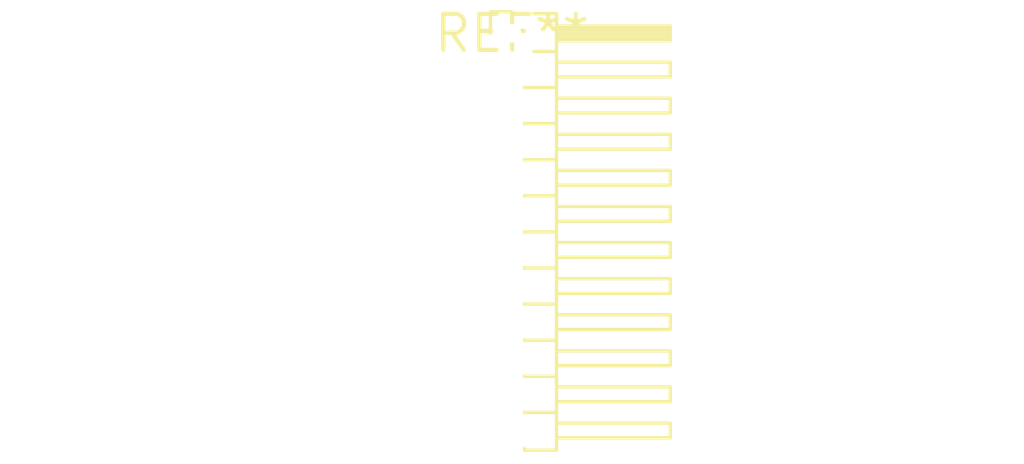
<source format=kicad_pcb>
(kicad_pcb (version 20240108) (generator pcbnew)
  (layers (0 "F.Cu" signal) (31 "B.Cu" signal) (34 "B.Paste" user) (35 "F.Paste" user) (36 "B.SilkS" user "B.Silkscreen") (37 "F.SilkS" user "F.Silkscreen") (38 "B.Mask" user) (39 "F.Mask" user) (44 "Edge.Cuts" user))
  (net 0 "")
  (footprint "PinHeader_1x12_P1.27mm_Horizontal" (layer "F.Cu") (at 0 0)
    (property "Reference" "REF**")
    (property "Value" "PinHeader_1x12_P1.27mm_Horizontal")
    (fp_line (start -0.76 -0.76) (end 0 -0.76) (layer "F.SilkS") (stroke (width 0.12)))
    (fp_line (start -0.76 0) (end -0.76 -0.76) (layer "F.SilkS") (stroke (width 0.12)))
    (fp_line (start 0.44 1.889677) (end 0.44 1.920323) (layer "F.SilkS") (stroke (width 0.12)))
    (fp_line (start 0.44 1.905) (end 1.56 1.905) (layer "F.SilkS") (stroke (width 0.12)))
    (fp_line (start 0.44 3.159677) (end 0.44 3.190323) (layer "F.SilkS") (stroke (width 0.12)))
    (fp_line (start 0.44 3.175) (end 1.56 3.175) (layer "F.SilkS") (stroke (width 0.12)))
    (fp_line (start 0.44 4.429677) (end 0.44 4.460323) (layer "F.SilkS") (stroke (width 0.12)))
    (fp_line (start 0.44 4.445) (end 1.56 4.445) (layer "F.SilkS") (stroke (width 0.12)))
    (fp_line (start 0.44 5.699677) (end 0.44 5.730323) (layer "F.SilkS") (stroke (width 0.12)))
    (fp_line (start 0.44 5.715) (end 1.56 5.715) (layer "F.SilkS") (stroke (width 0.12)))
    (fp_line (start 0.44 6.969677) (end 0.44 7.000323) (layer "F.SilkS") (stroke (width 0.12)))
    (fp_line (start 0.44 6.985) (end 1.56 6.985) (layer "F.SilkS") (stroke (width 0.12)))
    (fp_line (start 0.44 8.239677) (end 0.44 8.270323) (layer "F.SilkS") (stroke (width 0.12)))
    (fp_line (start 0.44 8.255) (end 1.56 8.255) (layer "F.SilkS") (stroke (width 0.12)))
    (fp_line (start 0.44 9.509677) (end 0.44 9.540323) (layer "F.SilkS") (stroke (width 0.12)))
    (fp_line (start 0.44 9.525) (end 1.56 9.525) (layer "F.SilkS") (stroke (width 0.12)))
    (fp_line (start 0.44 10.779677) (end 0.44 10.810323) (layer "F.SilkS") (stroke (width 0.12)))
    (fp_line (start 0.44 10.795) (end 1.56 10.795) (layer "F.SilkS") (stroke (width 0.12)))
    (fp_line (start 0.44 12.049677) (end 0.44 12.080323) (layer "F.SilkS") (stroke (width 0.12)))
    (fp_line (start 0.44 12.065) (end 1.56 12.065) (layer "F.SilkS") (stroke (width 0.12)))
    (fp_line (start 0.44 13.319677) (end 0.44 13.350323) (layer "F.SilkS") (stroke (width 0.12)))
    (fp_line (start 0.44 13.335) (end 1.56 13.335) (layer "F.SilkS") (stroke (width 0.12)))
    (fp_line (start 0.44 14.665) (end 0.44 14.589677) (layer "F.SilkS") (stroke (width 0.12)))
    (fp_line (start 0.76 -0.695) (end 1.56 -0.695) (layer "F.SilkS") (stroke (width 0.12)))
    (fp_line (start 0.76 0.635) (end 1.56 0.635) (layer "F.SilkS") (stroke (width 0.12)))
    (fp_line (start 1.56 -0.695) (end 1.56 14.665) (layer "F.SilkS") (stroke (width 0.12)))
    (fp_line (start 1.56 -0.26) (end 5.56 -0.26) (layer "F.SilkS") (stroke (width 0.12)))
    (fp_line (start 1.56 -0.2) (end 5.56 -0.2) (layer "F.SilkS") (stroke (width 0.12)))
    (fp_line (start 1.56 -0.08) (end 5.56 -0.08) (layer "F.SilkS") (stroke (width 0.12)))
    (fp_line (start 1.56 0.04) (end 5.56 0.04) (layer "F.SilkS") (stroke (width 0.12)))
    (fp_line (start 1.56 0.16) (end 5.56 0.16) (layer "F.SilkS") (stroke (width 0.12)))
    (fp_line (start 1.56 1.01) (end 5.56 1.01) (layer "F.SilkS") (stroke (width 0.12)))
    (fp_line (start 1.56 2.28) (end 5.56 2.28) (layer "F.SilkS") (stroke (width 0.12)))
    (fp_line (start 1.56 3.55) (end 5.56 3.55) (layer "F.SilkS") (stroke (width 0.12)))
    (fp_line (start 1.56 4.82) (end 5.56 4.82) (layer "F.SilkS") (stroke (width 0.12)))
    (fp_line (start 1.56 6.09) (end 5.56 6.09) (layer "F.SilkS") (stroke (width 0.12)))
    (fp_line (start 1.56 7.36) (end 5.56 7.36) (layer "F.SilkS") (stroke (width 0.12)))
    (fp_line (start 1.56 8.63) (end 5.56 8.63) (layer "F.SilkS") (stroke (width 0.12)))
    (fp_line (start 1.56 9.9) (end 5.56 9.9) (layer "F.SilkS") (stroke (width 0.12)))
    (fp_line (start 1.56 11.17) (end 5.56 11.17) (layer "F.SilkS") (stroke (width 0.12)))
    (fp_line (start 1.56 12.44) (end 5.56 12.44) (layer "F.SilkS") (stroke (width 0.12)))
    (fp_line (start 1.56 13.71) (end 5.56 13.71) (layer "F.SilkS") (stroke (width 0.12)))
    (fp_line (start 1.56 14.665) (end 0.44 14.665) (layer "F.SilkS") (stroke (width 0.12)))
    (fp_line (start 5.56 -0.26) (end 5.56 0.26) (layer "F.SilkS") (stroke (width 0.12)))
    (fp_line (start 5.56 0.26) (end 1.56 0.26) (layer "F.SilkS") (stroke (width 0.12)))
    (fp_line (start 5.56 1.01) (end 5.56 1.53) (layer "F.SilkS") (stroke (width 0.12)))
    (fp_line (start 5.56 1.53) (end 1.56 1.53) (layer "F.SilkS") (stroke (width 0.12)))
    (fp_line (start 5.56 2.28) (end 5.56 2.8) (layer "F.SilkS") (stroke (width 0.12)))
    (fp_line (start 5.56 2.8) (end 1.56 2.8) (layer "F.SilkS") (stroke (width 0.12)))
    (fp_line (start 5.56 3.55) (end 5.56 4.07) (layer "F.SilkS") (stroke (width 0.12)))
    (fp_line (start 5.56 4.07) (end 1.56 4.07) (layer "F.SilkS") (stroke (width 0.12)))
    (fp_line (start 5.56 4.82) (end 5.56 5.34) (layer "F.SilkS") (stroke (width 0.12)))
    (fp_line (start 5.56 5.34) (end 1.56 5.34) (layer "F.SilkS") (stroke (width 0.12)))
    (fp_line (start 5.56 6.09) (end 5.56 6.61) (layer "F.SilkS") (stroke (width 0.12)))
    (fp_line (start 5.56 6.61) (end 1.56 6.61) (layer "F.SilkS") (stroke (width 0.12)))
    (fp_line (start 5.56 7.36) (end 5.56 7.88) (layer "F.SilkS") (stroke (width 0.12)))
    (fp_line (start 5.56 7.88) (end 1.56 7.88) (layer "F.SilkS") (stroke (width 0.12)))
    (fp_line (start 5.56 8.63) (end 5.56 9.15) (layer "F.SilkS") (stroke (width 0.12)))
    (fp_line (start 5.56 9.15) (end 1.56 9.15) (layer "F.SilkS") (stroke (width 0.12)))
    (fp_line (start 5.56 9.9) (end 5.56 10.42) (layer "F.SilkS") (stroke (width 0.12)))
    (fp_line (start 5.56 10.42) (end 1.56 10.42) (layer "F.SilkS") (stroke (width 0.12)))
    (fp_line (start 5.56 11.17) (end 5.56 11.69) (layer "F.SilkS") (stroke (width 0.12)))
    (fp_line (start 5.56 11.69) (end 1.56 11.69) (layer "F.SilkS") (stroke (width 0.12)))
    (fp_line (start 5.56 12.44) (end 5.56 12.96) (layer "F.SilkS") (stroke (width 0.12)))
    (fp_line (start 5.56 12.96) (end 1.56 12.96) (layer "F.SilkS") (stroke (width 0.12)))
    (fp_line (start 5.56 13.71) (end 5.56 14.23) (layer "F.SilkS") (stroke (width 0.12)))
    (fp_line (start 5.56 14.23) (end 1.56 14.23) (layer "F.SilkS") (stroke (width 0.12)))
    (pad "1" thru_hole rect (at 0 0) (size 1 1) (drill 0.65) (layers *.Cu *.Mask) (remove_unused_layers))
    (pad "2" thru_hole oval (at 0 1.27) (size 1 1) (drill 0.65) (layers *.Cu *.Mask) (remove_unused_layers))
    (pad "3" thru_hole oval (at 0 2.54) (size 1 1) (drill 0.65) (layers *.Cu *.Mask) (remove_unused_layers))
    (pad "4" thru_hole oval (at 0 3.81) (size 1 1) (drill 0.65) (layers *.Cu *.Mask) (remove_unused_layers))
    (pad "5" thru_hole oval (at 0 5.08) (size 1 1) (drill 0.65) (layers *.Cu *.Mask) (remove_unused_layers))
    (pad "6" thru_hole oval (at 0 6.35) (size 1 1) (drill 0.65) (layers *.Cu *.Mask) (remove_unused_layers))
    (pad "7" thru_hole oval (at 0 7.62) (size 1 1) (drill 0.65) (layers *.Cu *.Mask) (remove_unused_layers))
    (pad "8" thru_hole oval (at 0 8.89) (size 1 1) (drill 0.65) (layers *.Cu *.Mask) (remove_unused_layers))
    (pad "9" thru_hole oval (at 0 10.16) (size 1 1) (drill 0.65) (layers *.Cu *.Mask) (remove_unused_layers))
    (pad "10" thru_hole oval (at 0 11.43) (size 1 1) (drill 0.65) (layers *.Cu *.Mask) (remove_unused_layers))
    (pad "11" thru_hole oval (at 0 12.7) (size 1 1) (drill 0.65) (layers *.Cu *.Mask) (remove_unused_layers))
    (pad "12" thru_hole oval (at 0 13.97) (size 1 1) (drill 0.65) (layers *.Cu *.Mask) (remove_unused_layers))
  )
)
</source>
